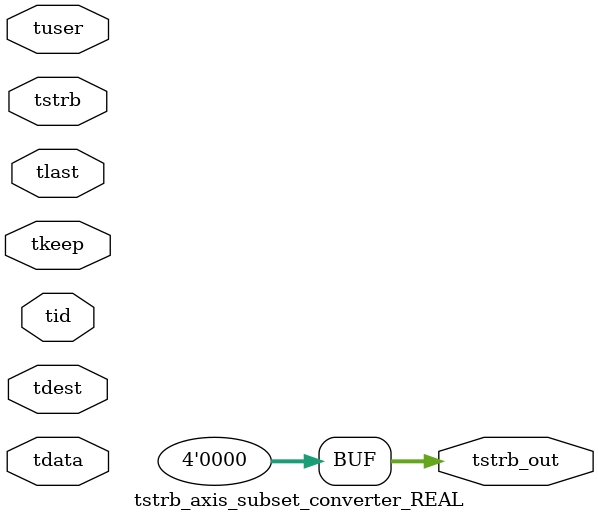
<source format=v>


`timescale 1ps/1ps

module tstrb_axis_subset_converter_REAL #
(
parameter C_S_AXIS_TDATA_WIDTH = 32,
parameter C_S_AXIS_TUSER_WIDTH = 0,
parameter C_S_AXIS_TID_WIDTH   = 0,
parameter C_S_AXIS_TDEST_WIDTH = 0,
parameter C_M_AXIS_TDATA_WIDTH = 32
)
(
input  [(C_S_AXIS_TDATA_WIDTH == 0 ? 1 : C_S_AXIS_TDATA_WIDTH)-1:0     ] tdata,
input  [(C_S_AXIS_TUSER_WIDTH == 0 ? 1 : C_S_AXIS_TUSER_WIDTH)-1:0     ] tuser,
input  [(C_S_AXIS_TID_WIDTH   == 0 ? 1 : C_S_AXIS_TID_WIDTH)-1:0       ] tid,
input  [(C_S_AXIS_TDEST_WIDTH == 0 ? 1 : C_S_AXIS_TDEST_WIDTH)-1:0     ] tdest,
input  [(C_S_AXIS_TDATA_WIDTH/8)-1:0 ] tkeep,
input  [(C_S_AXIS_TDATA_WIDTH/8)-1:0 ] tstrb,
input                                                                    tlast,
output [(C_M_AXIS_TDATA_WIDTH/8)-1:0 ] tstrb_out
);

assign tstrb_out = {1'b0};

endmodule


</source>
